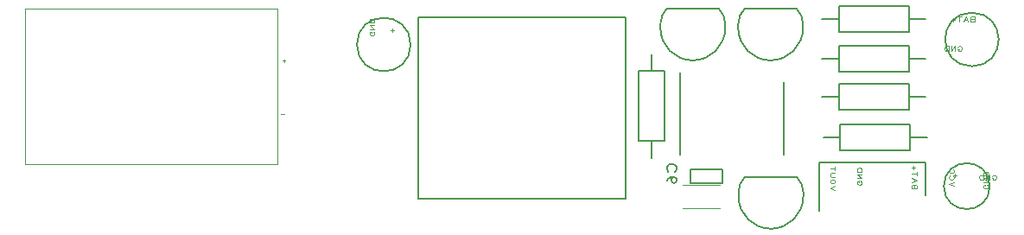
<source format=gbr>
G04 EasyPC Gerber Version 21.0.3 Build 4286 *
%FSLAX35Y35*%
%MOIN*%
%ADD20C,0.00100*%
%ADD70C,0.00394*%
%ADD19C,0.00500*%
%ADD17C,0.00787*%
%ADD21C,0.00800*%
X0Y0D02*
D02*
D17*
X152894Y78813D02*
G75*
G03X132224I-10335D01*
G01*
X152894D02*
G75*
G03X132224I-10335D01*
G01*
G75*
G03X152894I10335*
G01*
X256909Y67927D02*
Y36270D01*
X296909Y64270D02*
Y36270D01*
X310394Y14738D02*
Y33242D01*
X351378*
Y20742*
X369429Y91116D02*
G75*
G03Y70447J-10335D01*
G01*
Y91116D02*
G75*
G03Y70447J-10335D01*
G01*
G75*
G03Y91116J10335*
G01*
X376319Y24187D02*
G75*
G03X358602I-8858D01*
G01*
X376319D02*
G75*
G03X358602I-8858D01*
G01*
G75*
G03X376319I8858*
G01*
D02*
D19*
X235768Y89246D02*
X155768D01*
Y19246*
X235768*
Y89246*
X249272Y85211D02*
G75*
G03X261772Y72711I12500D01*
G01*
G75*
G03X274272Y85211J12500*
G01*
Y86711*
G75*
G03X271772Y92711I-8493J-18*
G01*
X251772*
G75*
G03X249272Y86711I5993J-6018*
G01*
Y85211*
X254854Y29649D02*
X255167Y29961D01*
X255480Y30587*
Y31524*
X255167Y32149*
X254854Y32461*
X254230Y32774*
X252980*
X252354Y32461*
X252042Y32149*
X251730Y31524*
Y30587*
X252042Y29961*
X252354Y29649*
X254542Y27774D02*
X253917Y27461D01*
X253604Y26837*
Y26211*
X253917Y25587*
X254542Y25274*
X255167Y25587*
X255480Y26211*
Y26837*
X255167Y27461*
X254542Y27774*
X253604*
X252667Y27461*
X252042Y26837*
X251730Y26211*
X260917Y30774D02*
Y25474D01*
X273217*
Y30774*
X260917*
X279291Y85211D02*
G75*
G03X291791Y72711I12500D01*
G01*
G75*
G03X304291Y85211J12500*
G01*
Y86711*
G75*
G03X301791Y92711I-8493J-18*
G01*
X281791*
G75*
G03X279291Y86711I5993J-6018*
G01*
Y85211*
X279390Y20250D02*
G75*
G03X291890Y7750I12500D01*
G01*
G75*
G03X304390Y20250J12500*
G01*
Y21750*
G75*
G03X301890Y27750I-8493J-18*
G01*
X281890*
G75*
G03X279390Y21750I5993J-6018*
G01*
Y20250*
D02*
D70*
X4134Y92829D02*
Y32829D01*
X101378*
Y92829*
X4134*
X272185Y15722D02*
X258012D01*
X272185Y24778D02*
X258012D01*
D02*
D20*
X104173Y51856D02*
X102923D01*
X104665Y72525D02*
X103415D01*
X104040Y71900D02*
Y73150D01*
X137904Y83352D02*
Y83820D01*
X137747*
X137435Y83664*
X137279Y83508*
X137122Y83195*
Y82883*
X137279Y82570*
X137435Y82414*
X137747Y82258*
X138372*
X138685Y82414*
X138841Y82570*
X138997Y82883*
Y83195*
X138841Y83508*
X138685Y83664*
X138372Y83820*
X137122Y84758D02*
X138997D01*
X137122Y86320*
X138997*
X137122Y87258D02*
X138997D01*
Y88195*
X138841Y88508*
X138685Y88664*
X138372Y88820*
X137747*
X137435Y88664*
X137279Y88508*
X137122Y88195*
Y87258*
X146496Y84336D02*
X145246D01*
X145871Y83711D02*
Y84961D01*
X316655Y22711D02*
X314780Y23492D01*
X316655Y24273*
X315405Y25211D02*
X316030D01*
X316342Y25367*
X316498Y25523*
X316655Y25836*
Y26148*
X316498Y26461*
X316342Y26617*
X316030Y26773*
X315405*
X315092Y26617*
X314936Y26461*
X314780Y26148*
Y25836*
X314936Y25523*
X315092Y25367*
X315405Y25211*
X316655Y27711D02*
X315248D01*
X314936Y27867*
X314780Y28180*
Y28804*
X314936Y29117*
X315248Y29273*
X316655*
X314780Y30992D02*
X316655D01*
Y30211D02*
Y31773D01*
X325896Y25773D02*
Y26242D01*
X325739*
X325427Y26085*
X325271Y25929*
X325115Y25617*
Y25304*
X325271Y24992*
X325427Y24835*
X325739Y24679*
X326365*
X326677Y24835*
X326833Y24992*
X326989Y25304*
Y25617*
X326833Y25929*
X326677Y26085*
X326365Y26242*
X325115Y27179D02*
X326989D01*
X325115Y28742*
X326989*
X325115Y29679D02*
X326989D01*
Y30617*
X326833Y30929*
X326677Y31085*
X326365Y31242*
X325739*
X325427Y31085*
X325271Y30929*
X325115Y30617*
Y29679*
X347213Y24296D02*
X347057Y24609D01*
X346744Y24765*
X346432Y24609*
X346276Y24296*
Y23203*
X348151*
Y24296*
X347994Y24609*
X347682Y24765*
X347370Y24609*
X347213Y24296*
Y23203*
X346276Y25703D02*
X348151Y26484D01*
X346276Y27265*
X347057Y26015D02*
Y26953D01*
X346276Y28984D02*
X348151D01*
Y28203D02*
Y29765D01*
X346901Y30703D02*
Y31953D01*
X346276Y31328D02*
X347526D01*
X362422Y24187D02*
X360548Y24968D01*
X362422Y25750*
X360860Y28250D02*
X360704Y28093D01*
X360548Y27781*
Y27312*
X360704Y27000*
X360860Y26843*
X361172Y26687*
X361798*
X362110Y26843*
X362266Y27000*
X362422Y27312*
Y27781*
X362266Y28093*
X362110Y28250*
X360860Y30750D02*
X360704Y30593D01*
X360548Y30281*
Y29812*
X360704Y29500*
X360860Y29343*
X361172Y29187*
X361798*
X362110Y29343*
X362266Y29500*
X362422Y29812*
Y30281*
X362266Y30593*
X362110Y30750*
X363524Y28233D02*
X362274D01*
X362898Y27609D02*
Y28859D01*
X364398Y77110D02*
X363930D01*
Y76954*
X364086Y76641*
X364242Y76485*
X364555Y76329*
X364867*
X365180Y76485*
X365336Y76641*
X365492Y76954*
Y77579*
X365336Y77891*
X365180Y78048*
X364867Y78204*
X364555*
X364242Y78048*
X364086Y77891*
X363930Y77579*
X362992Y76329D02*
Y78204D01*
X361430Y76329*
Y78204*
X360492Y76329D02*
Y78204D01*
X359555*
X359242Y78048*
X359086Y77891*
X358930Y77579*
Y76954*
X359086Y76641*
X359242Y76485*
X359555Y76329*
X360492*
X369320Y88585D02*
X369007Y88429D01*
X368851Y88117*
X369007Y87804*
X369320Y87648*
X370413*
Y89523*
X369320*
X369007Y89367*
X368851Y89054*
X369007Y88742*
X369320Y88585*
X370413*
X367913Y87648D02*
X367132Y89523D01*
X366351Y87648*
X367601Y88429D02*
X366663D01*
X364632Y87648D02*
Y89523D01*
X365413D02*
X363851D01*
X362913Y88273D02*
X361663D01*
X362288Y87648D02*
Y88898D01*
X374616Y24296D02*
Y24765D01*
X374460*
X374147Y24609*
X373991Y24453*
X373835Y24140*
Y23828*
X373991Y23515*
X374147Y23359*
X374460Y23203*
X375085*
X375397Y23359*
X375554Y23515*
X375710Y23828*
Y24140*
X375554Y24453*
X375397Y24609*
X375085Y24765*
X373835Y25703D02*
X375710D01*
X373835Y27265*
X375710*
X373835Y28203D02*
X375710D01*
Y29140*
X375554Y29453*
X375397Y29609*
X375085Y29765*
X374460*
X374147Y29609*
X373991Y29453*
X373835Y29140*
Y28203*
X377686Y27406D02*
X377217D01*
Y27249*
X377373Y26937*
X377530Y26781*
X377842Y26624*
X378154*
X378467Y26781*
X378623Y26937*
X378780Y27249*
Y27874*
X378623Y28187*
X378467Y28343*
X378154Y28499*
X377842*
X377530Y28343*
X377373Y28187*
X377217Y27874*
X376280Y26624D02*
Y28499D01*
X374717Y26624*
Y28499*
X373780Y26624D02*
Y28499D01*
X372842*
X372530Y28343*
X372373Y28187*
X372217Y27874*
Y27249*
X372373Y26937*
X372530Y26781*
X372842Y26624*
X373780*
D02*
D21*
X240906Y41593D02*
Y68593D01*
X250906*
Y41593*
X240906*
X245906D02*
Y35093D01*
Y75093D02*
Y68593D01*
X311634Y58636D02*
X318134D01*
X311634Y73400D02*
X318134D01*
X311634Y88656D02*
X318134D01*
X312126Y42888D02*
X318626D01*
X345134Y53636D02*
X318134D01*
Y63636*
X345134*
Y53636*
Y58636D02*
X351634D01*
X345134Y68400D02*
X318134D01*
Y78400*
X345134*
Y68400*
Y73400D02*
X351634D01*
X345134Y83656D02*
X318134D01*
Y93656*
X345134*
Y83656*
Y88656D02*
X351634D01*
X345626Y37888D02*
X318626D01*
Y47888*
X345626*
Y37888*
Y42888D02*
X352126D01*
X0Y0D02*
M02*

</source>
